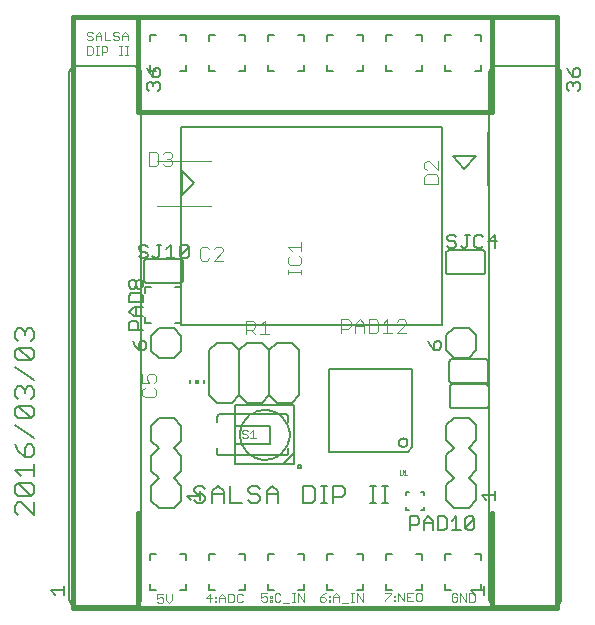
<source format=gto>
G75*
%MOIN*%
%OFA0B0*%
%FSLAX24Y24*%
%IPPOS*%
%LPD*%
%AMOC8*
5,1,8,0,0,1.08239X$1,22.5*
%
%ADD10C,0.0160*%
%ADD11C,0.0030*%
%ADD12C,0.0080*%
%ADD13C,0.0040*%
%ADD14C,0.0060*%
%ADD15C,0.0010*%
%ADD16C,0.0050*%
%ADD17R,0.0059X0.0118*%
%ADD18R,0.0118X0.0118*%
%ADD19C,0.0020*%
D10*
X003348Y000180D02*
X019490Y000180D01*
X019490Y019865D01*
X003348Y019865D01*
X003348Y000180D01*
X005514Y000180D02*
X005514Y003330D01*
X005514Y000180D02*
X017325Y000180D01*
X017325Y003330D01*
X017325Y016715D02*
X005514Y016715D01*
X005514Y019865D01*
X017325Y019865D01*
X017325Y016715D01*
D11*
X016698Y000666D02*
X016553Y000666D01*
X016553Y000376D01*
X016698Y000376D01*
X016746Y000424D01*
X016746Y000618D01*
X016698Y000666D01*
X016451Y000666D02*
X016451Y000376D01*
X016258Y000666D01*
X016258Y000376D01*
X016157Y000424D02*
X016157Y000521D01*
X016060Y000521D01*
X015963Y000424D02*
X016012Y000376D01*
X016108Y000376D01*
X016157Y000424D01*
X015963Y000424D02*
X015963Y000618D01*
X016012Y000666D01*
X016108Y000666D01*
X016157Y000618D01*
X014973Y000631D02*
X014973Y000437D01*
X014925Y000389D01*
X014828Y000389D01*
X014779Y000437D01*
X014779Y000631D01*
X014828Y000679D01*
X014925Y000679D01*
X014973Y000631D01*
X014678Y000679D02*
X014485Y000679D01*
X014485Y000389D01*
X014678Y000389D01*
X014581Y000534D02*
X014485Y000534D01*
X014384Y000389D02*
X014384Y000679D01*
X014190Y000679D02*
X014384Y000389D01*
X014190Y000389D02*
X014190Y000679D01*
X014091Y000582D02*
X014091Y000534D01*
X014043Y000534D01*
X014043Y000582D01*
X014091Y000582D01*
X014091Y000437D02*
X014091Y000389D01*
X014043Y000389D01*
X014043Y000437D01*
X014091Y000437D01*
X013942Y000631D02*
X013748Y000437D01*
X013748Y000389D01*
X013748Y000679D02*
X013942Y000679D01*
X013942Y000631D01*
X012995Y000669D02*
X012995Y000379D01*
X012801Y000669D01*
X012801Y000379D01*
X012702Y000379D02*
X012605Y000379D01*
X012653Y000379D02*
X012653Y000669D01*
X012605Y000669D02*
X012702Y000669D01*
X012504Y000331D02*
X012310Y000331D01*
X012209Y000379D02*
X012209Y000572D01*
X012112Y000669D01*
X012016Y000572D01*
X012016Y000379D01*
X011917Y000379D02*
X011917Y000427D01*
X011868Y000427D01*
X011868Y000379D01*
X011917Y000379D01*
X011917Y000524D02*
X011868Y000524D01*
X011868Y000572D01*
X011917Y000572D01*
X011917Y000524D01*
X012016Y000524D02*
X012209Y000524D01*
X011767Y000476D02*
X011719Y000524D01*
X011574Y000524D01*
X011574Y000427D01*
X011622Y000379D01*
X011719Y000379D01*
X011767Y000427D01*
X011767Y000476D01*
X011670Y000621D02*
X011574Y000524D01*
X011670Y000621D02*
X011767Y000669D01*
X011043Y000665D02*
X011043Y000375D01*
X010850Y000665D01*
X010850Y000375D01*
X010750Y000375D02*
X010653Y000375D01*
X010702Y000375D02*
X010702Y000665D01*
X010750Y000665D02*
X010653Y000665D01*
X010552Y000327D02*
X010359Y000327D01*
X010257Y000423D02*
X010209Y000375D01*
X010112Y000375D01*
X010064Y000423D01*
X010064Y000617D01*
X010112Y000665D01*
X010209Y000665D01*
X010257Y000617D01*
X009965Y000568D02*
X009965Y000520D01*
X009917Y000520D01*
X009917Y000568D01*
X009965Y000568D01*
X009965Y000423D02*
X009965Y000375D01*
X009917Y000375D01*
X009917Y000423D01*
X009965Y000423D01*
X009815Y000423D02*
X009767Y000375D01*
X009670Y000375D01*
X009622Y000423D01*
X009622Y000520D02*
X009719Y000568D01*
X009767Y000568D01*
X009815Y000520D01*
X009815Y000423D01*
X009622Y000520D02*
X009622Y000665D01*
X009815Y000665D01*
X009001Y000599D02*
X008953Y000647D01*
X008856Y000647D01*
X008808Y000599D01*
X008808Y000405D01*
X008856Y000357D01*
X008953Y000357D01*
X009001Y000405D01*
X008706Y000405D02*
X008658Y000357D01*
X008513Y000357D01*
X008513Y000647D01*
X008658Y000647D01*
X008706Y000599D01*
X008706Y000405D01*
X008412Y000357D02*
X008412Y000550D01*
X008315Y000647D01*
X008218Y000550D01*
X008218Y000357D01*
X008119Y000357D02*
X008071Y000357D01*
X008071Y000405D01*
X008119Y000405D01*
X008119Y000357D01*
X008119Y000502D02*
X008071Y000502D01*
X008071Y000550D01*
X008119Y000550D01*
X008119Y000502D01*
X008218Y000502D02*
X008412Y000502D01*
X007970Y000502D02*
X007776Y000502D01*
X007921Y000647D01*
X007921Y000357D01*
X006641Y000431D02*
X006641Y000624D01*
X006641Y000431D02*
X006544Y000334D01*
X006447Y000431D01*
X006447Y000624D01*
X006346Y000624D02*
X006153Y000624D01*
X006153Y000479D01*
X006249Y000528D01*
X006298Y000528D01*
X006346Y000479D01*
X006346Y000383D01*
X006298Y000334D01*
X006201Y000334D01*
X006153Y000383D01*
D12*
X007465Y003670D02*
X007368Y003766D01*
X007465Y003670D02*
X007658Y003670D01*
X007755Y003766D01*
X007755Y003863D01*
X007658Y003960D01*
X007465Y003960D01*
X007368Y004057D01*
X007368Y004153D01*
X007465Y004250D01*
X007658Y004250D01*
X007755Y004153D01*
X007976Y004057D02*
X008169Y004250D01*
X008363Y004057D01*
X008363Y003670D01*
X008583Y003670D02*
X008970Y003670D01*
X009191Y003766D02*
X009288Y003670D01*
X009481Y003670D01*
X009578Y003766D01*
X009578Y003863D01*
X009481Y003960D01*
X009288Y003960D01*
X009191Y004057D01*
X009191Y004153D01*
X009288Y004250D01*
X009481Y004250D01*
X009578Y004153D01*
X009799Y004057D02*
X009992Y004250D01*
X010186Y004057D01*
X010186Y003670D01*
X010186Y003960D02*
X009799Y003960D01*
X009799Y004057D02*
X009799Y003670D01*
X011014Y003670D02*
X011305Y003670D01*
X011401Y003766D01*
X011401Y004153D01*
X011305Y004250D01*
X011014Y004250D01*
X011014Y003670D01*
X011622Y003670D02*
X011816Y003670D01*
X011719Y003670D02*
X011719Y004250D01*
X011622Y004250D02*
X011816Y004250D01*
X012027Y004250D02*
X012317Y004250D01*
X012414Y004153D01*
X012414Y003960D01*
X012317Y003863D01*
X012027Y003863D01*
X012027Y003670D02*
X012027Y004250D01*
X013243Y004250D02*
X013436Y004250D01*
X013339Y004250D02*
X013339Y003670D01*
X013243Y003670D02*
X013436Y003670D01*
X013648Y003670D02*
X013841Y003670D01*
X013744Y003670D02*
X013744Y004250D01*
X013648Y004250D02*
X013841Y004250D01*
X008583Y004250D02*
X008583Y003670D01*
X008363Y003960D02*
X007976Y003960D01*
X007976Y004057D02*
X007976Y003670D01*
X006962Y013941D02*
X006962Y014729D01*
X007365Y014335D01*
X006962Y013941D01*
X015995Y015221D02*
X016782Y015221D01*
X016388Y014818D01*
X015995Y015221D01*
D13*
X015518Y015082D02*
X015518Y014775D01*
X015211Y015082D01*
X015135Y015082D01*
X015058Y015006D01*
X015058Y014852D01*
X015135Y014775D01*
X015135Y014622D02*
X015058Y014545D01*
X015058Y014315D01*
X015518Y014315D01*
X015518Y014545D01*
X015442Y014622D01*
X015135Y014622D01*
X015638Y014255D02*
X015638Y016035D01*
X017138Y016035D02*
X017138Y014255D01*
X014362Y009788D02*
X014209Y009788D01*
X014132Y009711D01*
X014362Y009788D02*
X014439Y009711D01*
X014439Y009635D01*
X014132Y009328D01*
X014439Y009328D01*
X013979Y009328D02*
X013672Y009328D01*
X013825Y009328D02*
X013825Y009788D01*
X013672Y009635D01*
X013518Y009711D02*
X013442Y009788D01*
X013211Y009788D01*
X013211Y009328D01*
X013442Y009328D01*
X013518Y009404D01*
X013518Y009711D01*
X013058Y009635D02*
X013058Y009328D01*
X013058Y009558D02*
X012751Y009558D01*
X012751Y009635D02*
X012751Y009328D01*
X012598Y009558D02*
X012521Y009481D01*
X012291Y009481D01*
X012291Y009328D02*
X012291Y009788D01*
X012521Y009788D01*
X012598Y009711D01*
X012598Y009558D01*
X012751Y009635D02*
X012904Y009788D01*
X013058Y009635D01*
X010958Y011293D02*
X010958Y011447D01*
X010958Y011370D02*
X010497Y011370D01*
X010497Y011293D02*
X010497Y011447D01*
X010574Y011600D02*
X010881Y011600D01*
X010958Y011677D01*
X010958Y011830D01*
X010881Y011907D01*
X010958Y012061D02*
X010958Y012368D01*
X010958Y012214D02*
X010497Y012214D01*
X010651Y012061D01*
X010574Y011907D02*
X010497Y011830D01*
X010497Y011677D01*
X010574Y011600D01*
X009733Y009753D02*
X009733Y009293D01*
X009886Y009293D02*
X009579Y009293D01*
X009426Y009293D02*
X009272Y009446D01*
X009349Y009446D02*
X009119Y009446D01*
X009119Y009293D02*
X009119Y009753D01*
X009349Y009753D01*
X009426Y009676D01*
X009426Y009523D01*
X009349Y009446D01*
X009579Y009600D02*
X009733Y009753D01*
X008341Y011752D02*
X008034Y011752D01*
X008341Y012059D01*
X008341Y012135D01*
X008264Y012212D01*
X008110Y012212D01*
X008034Y012135D01*
X007880Y012135D02*
X007803Y012212D01*
X007650Y012212D01*
X007573Y012135D01*
X007573Y011828D01*
X007650Y011752D01*
X007803Y011752D01*
X007880Y011828D01*
X007928Y013585D02*
X006148Y013585D01*
X006108Y014905D02*
X005878Y014905D01*
X005878Y015365D01*
X006108Y015365D01*
X006184Y015289D01*
X006184Y014982D01*
X006108Y014905D01*
X006148Y015085D02*
X007928Y015085D01*
X006645Y015058D02*
X006645Y014982D01*
X006568Y014905D01*
X006415Y014905D01*
X006338Y014982D01*
X006491Y015135D02*
X006568Y015135D01*
X006645Y015058D01*
X006568Y015135D02*
X006645Y015212D01*
X006645Y015289D01*
X006568Y015365D01*
X006415Y015365D01*
X006338Y015289D01*
X005178Y018610D02*
X005085Y018610D01*
X005131Y018610D02*
X005131Y018891D01*
X005085Y018891D02*
X005178Y018891D01*
X004982Y018891D02*
X004888Y018891D01*
X004935Y018891D02*
X004935Y018610D01*
X004888Y018610D02*
X004982Y018610D01*
X004987Y019090D02*
X004987Y019277D01*
X005080Y019371D01*
X005173Y019277D01*
X005173Y019090D01*
X005173Y019230D02*
X004987Y019230D01*
X004879Y019184D02*
X004879Y019137D01*
X004832Y019090D01*
X004739Y019090D01*
X004692Y019137D01*
X004739Y019230D02*
X004692Y019277D01*
X004692Y019324D01*
X004739Y019371D01*
X004832Y019371D01*
X004879Y019324D01*
X004832Y019230D02*
X004879Y019184D01*
X004832Y019230D02*
X004739Y019230D01*
X004584Y019090D02*
X004397Y019090D01*
X004397Y019371D01*
X004289Y019277D02*
X004289Y019090D01*
X004289Y019230D02*
X004103Y019230D01*
X004103Y019277D02*
X004103Y019090D01*
X003995Y019137D02*
X003948Y019090D01*
X003855Y019090D01*
X003808Y019137D01*
X003855Y019230D02*
X003948Y019230D01*
X003995Y019184D01*
X003995Y019137D01*
X003855Y019230D02*
X003808Y019277D01*
X003808Y019324D01*
X003855Y019371D01*
X003948Y019371D01*
X003995Y019324D01*
X004103Y019277D02*
X004196Y019371D01*
X004289Y019277D01*
X004299Y018891D02*
X004439Y018891D01*
X004486Y018844D01*
X004486Y018750D01*
X004439Y018704D01*
X004299Y018704D01*
X004299Y018610D02*
X004299Y018891D01*
X004196Y018891D02*
X004103Y018891D01*
X004149Y018891D02*
X004149Y018610D01*
X004103Y018610D02*
X004196Y018610D01*
X003995Y018657D02*
X003995Y018844D01*
X003948Y018891D01*
X003808Y018891D01*
X003808Y018610D01*
X003948Y018610D01*
X003995Y018657D01*
X005658Y007972D02*
X005658Y007665D01*
X005888Y007665D01*
X005811Y007818D01*
X005811Y007895D01*
X005888Y007972D01*
X006042Y007972D01*
X006118Y007895D01*
X006118Y007741D01*
X006042Y007665D01*
X006042Y007511D02*
X006118Y007434D01*
X006118Y007281D01*
X006042Y007204D01*
X005735Y007204D01*
X005658Y007281D01*
X005658Y007434D01*
X005735Y007511D01*
D14*
X006208Y008490D02*
X005958Y008740D01*
X005958Y009240D01*
X006208Y009490D01*
X006708Y009490D01*
X006958Y009240D01*
X006958Y008740D01*
X006708Y008490D01*
X006208Y008490D01*
X005931Y009671D02*
X005731Y009671D01*
X005731Y009871D01*
X005731Y010671D02*
X005731Y010871D01*
X005931Y010871D01*
X005813Y011010D02*
X006913Y011010D01*
X006930Y011012D01*
X006947Y011016D01*
X006963Y011023D01*
X006977Y011033D01*
X006990Y011046D01*
X007000Y011060D01*
X007007Y011076D01*
X007011Y011093D01*
X007013Y011110D01*
X007013Y011710D01*
X007011Y011727D01*
X007007Y011744D01*
X007000Y011760D01*
X006990Y011774D01*
X006977Y011787D01*
X006963Y011797D01*
X006947Y011804D01*
X006930Y011808D01*
X006913Y011810D01*
X005813Y011810D01*
X005796Y011808D01*
X005779Y011804D01*
X005763Y011797D01*
X005749Y011787D01*
X005736Y011774D01*
X005726Y011760D01*
X005719Y011744D01*
X005715Y011727D01*
X005713Y011710D01*
X005713Y011110D01*
X005715Y011093D01*
X005719Y011076D01*
X005726Y011060D01*
X005736Y011046D01*
X005749Y011033D01*
X005763Y011023D01*
X005779Y011016D01*
X005796Y011012D01*
X005813Y011010D01*
X006731Y010871D02*
X006931Y010871D01*
X006931Y010671D01*
X006931Y009871D02*
X006931Y009671D01*
X006731Y009671D01*
X007888Y008757D02*
X007888Y007257D01*
X008138Y007007D01*
X008638Y007007D01*
X008888Y007257D01*
X008888Y008757D01*
X008638Y009007D01*
X008138Y009007D01*
X007888Y008757D01*
X008888Y008757D02*
X009138Y009007D01*
X009638Y009007D01*
X009888Y008757D01*
X009888Y007257D01*
X009638Y007007D01*
X009138Y007007D01*
X008888Y007257D01*
X009888Y007257D02*
X010138Y007007D01*
X010638Y007007D01*
X010888Y007257D01*
X010888Y008757D01*
X010638Y009007D01*
X010138Y009007D01*
X009888Y008757D01*
X011890Y008143D02*
X014650Y008143D01*
X014650Y005523D01*
X014510Y005383D01*
X011890Y005383D01*
X011890Y008143D01*
X014209Y005683D02*
X014211Y005706D01*
X014217Y005729D01*
X014226Y005750D01*
X014239Y005770D01*
X014255Y005787D01*
X014273Y005801D01*
X014293Y005812D01*
X014315Y005820D01*
X014338Y005824D01*
X014362Y005824D01*
X014385Y005820D01*
X014407Y005812D01*
X014427Y005801D01*
X014445Y005787D01*
X014461Y005770D01*
X014474Y005750D01*
X014483Y005729D01*
X014489Y005706D01*
X014491Y005683D01*
X014489Y005660D01*
X014483Y005637D01*
X014474Y005616D01*
X014461Y005596D01*
X014445Y005579D01*
X014427Y005565D01*
X014407Y005554D01*
X014385Y005546D01*
X014362Y005542D01*
X014338Y005542D01*
X014315Y005546D01*
X014293Y005554D01*
X014273Y005565D01*
X014255Y005579D01*
X014239Y005596D01*
X014226Y005616D01*
X014217Y005637D01*
X014211Y005660D01*
X014209Y005683D01*
X015793Y005760D02*
X015793Y006260D01*
X016043Y006510D01*
X016543Y006510D01*
X016793Y006260D01*
X016793Y005760D01*
X016543Y005510D01*
X016793Y005260D01*
X016793Y004760D01*
X016543Y004510D01*
X016793Y004260D01*
X016793Y003760D01*
X016543Y003510D01*
X016043Y003510D01*
X015793Y003760D01*
X015793Y004260D01*
X016043Y004510D01*
X015793Y004760D01*
X015793Y005260D01*
X016043Y005510D01*
X015793Y005760D01*
X015998Y006830D02*
X017098Y006830D01*
X017115Y006832D01*
X017132Y006836D01*
X017148Y006843D01*
X017162Y006853D01*
X017175Y006866D01*
X017185Y006880D01*
X017192Y006896D01*
X017196Y006913D01*
X017198Y006930D01*
X017198Y007530D01*
X017196Y007547D01*
X017192Y007564D01*
X017185Y007580D01*
X017175Y007594D01*
X017162Y007607D01*
X017148Y007617D01*
X017132Y007624D01*
X017115Y007628D01*
X017098Y007630D01*
X015998Y007630D01*
X015988Y007670D02*
X017088Y007670D01*
X017105Y007672D01*
X017122Y007676D01*
X017138Y007683D01*
X017152Y007693D01*
X017165Y007706D01*
X017175Y007720D01*
X017182Y007736D01*
X017186Y007753D01*
X017188Y007770D01*
X017188Y008370D01*
X017186Y008387D01*
X017182Y008404D01*
X017175Y008420D01*
X017165Y008434D01*
X017152Y008447D01*
X017138Y008457D01*
X017122Y008464D01*
X017105Y008468D01*
X017088Y008470D01*
X015988Y008470D01*
X016043Y008510D02*
X015793Y008760D01*
X015793Y009260D01*
X016043Y009510D01*
X016543Y009510D01*
X016793Y009260D01*
X016793Y008760D01*
X016543Y008510D01*
X016043Y008510D01*
X015988Y008470D02*
X015971Y008468D01*
X015954Y008464D01*
X015938Y008457D01*
X015924Y008447D01*
X015911Y008434D01*
X015901Y008420D01*
X015894Y008404D01*
X015890Y008387D01*
X015888Y008370D01*
X015888Y007770D01*
X015890Y007753D01*
X015894Y007736D01*
X015901Y007720D01*
X015911Y007706D01*
X015924Y007693D01*
X015938Y007683D01*
X015954Y007676D01*
X015971Y007672D01*
X015988Y007670D01*
X015998Y007630D02*
X015981Y007628D01*
X015964Y007624D01*
X015948Y007617D01*
X015934Y007607D01*
X015921Y007594D01*
X015911Y007580D01*
X015904Y007564D01*
X015900Y007547D01*
X015898Y007530D01*
X015898Y006930D01*
X015900Y006913D01*
X015904Y006896D01*
X015911Y006880D01*
X015921Y006866D01*
X015934Y006853D01*
X015948Y006843D01*
X015964Y006836D01*
X015981Y006832D01*
X015998Y006830D01*
X015050Y004041D02*
X014950Y004041D01*
X015050Y004041D02*
X015050Y003941D01*
X015050Y003541D02*
X015050Y003441D01*
X014950Y003441D01*
X014550Y003441D02*
X014450Y003441D01*
X014450Y003541D01*
X014450Y003941D02*
X014450Y004041D01*
X014550Y004041D01*
X014772Y001961D02*
X014972Y001961D01*
X014972Y001761D01*
X015740Y001761D02*
X015740Y001961D01*
X015940Y001961D01*
X016740Y001961D02*
X016940Y001961D01*
X016940Y001761D01*
X016940Y000961D02*
X016940Y000761D01*
X016740Y000761D01*
X017219Y000485D02*
X017219Y017985D01*
X017221Y018015D01*
X017226Y018045D01*
X017235Y018074D01*
X017248Y018101D01*
X017263Y018127D01*
X017282Y018151D01*
X017303Y018172D01*
X017327Y018191D01*
X017353Y018206D01*
X017380Y018219D01*
X017409Y018228D01*
X017439Y018233D01*
X017469Y018235D01*
X019369Y018235D01*
X019399Y018233D01*
X019429Y018228D01*
X019458Y018219D01*
X019485Y018206D01*
X019511Y018191D01*
X019535Y018172D01*
X019556Y018151D01*
X019575Y018127D01*
X019590Y018101D01*
X019603Y018074D01*
X019612Y018045D01*
X019617Y018015D01*
X019619Y017985D01*
X019619Y000485D01*
X019617Y000455D01*
X019612Y000425D01*
X019603Y000396D01*
X019590Y000369D01*
X019575Y000343D01*
X019556Y000319D01*
X019535Y000298D01*
X019511Y000279D01*
X019485Y000264D01*
X019458Y000251D01*
X019429Y000242D01*
X019399Y000237D01*
X019369Y000235D01*
X017469Y000235D01*
X017439Y000237D01*
X017409Y000242D01*
X017380Y000251D01*
X017353Y000264D01*
X017327Y000279D01*
X017303Y000298D01*
X017282Y000319D01*
X017263Y000343D01*
X017248Y000369D01*
X017235Y000396D01*
X017226Y000425D01*
X017221Y000455D01*
X017219Y000485D01*
X015940Y000761D02*
X015740Y000761D01*
X015740Y000961D01*
X014972Y000961D02*
X014972Y000761D01*
X014772Y000761D01*
X013972Y000761D02*
X013772Y000761D01*
X013772Y000961D01*
X013003Y000961D02*
X013003Y000761D01*
X012803Y000761D01*
X012003Y000761D02*
X011803Y000761D01*
X011803Y000961D01*
X011035Y000961D02*
X011035Y000761D01*
X010835Y000761D01*
X010035Y000761D02*
X009835Y000761D01*
X009835Y000961D01*
X009066Y000961D02*
X009066Y000761D01*
X008866Y000761D01*
X008066Y000761D02*
X007866Y000761D01*
X007866Y000961D01*
X007098Y000961D02*
X007098Y000761D01*
X006898Y000761D01*
X006098Y000761D02*
X005898Y000761D01*
X005898Y000961D01*
X005619Y000485D02*
X005619Y017985D01*
X005617Y018015D01*
X005612Y018045D01*
X005603Y018074D01*
X005590Y018101D01*
X005575Y018127D01*
X005556Y018151D01*
X005535Y018172D01*
X005511Y018191D01*
X005485Y018206D01*
X005458Y018219D01*
X005429Y018228D01*
X005399Y018233D01*
X005369Y018235D01*
X003469Y018235D01*
X003439Y018233D01*
X003409Y018228D01*
X003380Y018219D01*
X003353Y018206D01*
X003327Y018191D01*
X003303Y018172D01*
X003282Y018151D01*
X003263Y018127D01*
X003248Y018101D01*
X003235Y018074D01*
X003226Y018045D01*
X003221Y018015D01*
X003219Y017985D01*
X003219Y000485D01*
X003221Y000455D01*
X003226Y000425D01*
X003235Y000396D01*
X003248Y000369D01*
X003263Y000343D01*
X003282Y000319D01*
X003303Y000298D01*
X003327Y000279D01*
X003353Y000264D01*
X003380Y000251D01*
X003409Y000242D01*
X003439Y000237D01*
X003469Y000235D01*
X005369Y000235D01*
X005399Y000237D01*
X005429Y000242D01*
X005458Y000251D01*
X005485Y000264D01*
X005511Y000279D01*
X005535Y000298D01*
X005556Y000319D01*
X005575Y000343D01*
X005590Y000369D01*
X005603Y000396D01*
X005612Y000425D01*
X005617Y000455D01*
X005619Y000485D01*
X005898Y001761D02*
X005898Y001961D01*
X006098Y001961D01*
X006898Y001961D02*
X007098Y001961D01*
X007098Y001761D01*
X007866Y001761D02*
X007866Y001961D01*
X008066Y001961D01*
X008866Y001961D02*
X009066Y001961D01*
X009066Y001761D01*
X009835Y001761D02*
X009835Y001961D01*
X010035Y001961D01*
X010835Y001961D02*
X011035Y001961D01*
X011035Y001761D01*
X011803Y001761D02*
X011803Y001961D01*
X012003Y001961D01*
X012803Y001961D02*
X013003Y001961D01*
X013003Y001761D01*
X013772Y001761D02*
X013772Y001961D01*
X013972Y001961D01*
X006958Y003740D02*
X006958Y004240D01*
X006708Y004490D01*
X006958Y004740D01*
X006958Y005240D01*
X006708Y005490D01*
X006958Y005740D01*
X006958Y006240D01*
X006708Y006490D01*
X006208Y006490D01*
X005958Y006240D01*
X005958Y005740D01*
X006208Y005490D01*
X005958Y005240D01*
X005958Y004740D01*
X006208Y004490D01*
X005958Y004240D01*
X005958Y003740D01*
X006208Y003490D01*
X006708Y003490D01*
X006958Y003740D01*
X002053Y003692D02*
X002053Y003265D01*
X001626Y003692D01*
X001520Y003692D01*
X001413Y003585D01*
X001413Y003372D01*
X001520Y003265D01*
X001520Y003910D02*
X001413Y004016D01*
X001413Y004230D01*
X001520Y004337D01*
X001947Y003910D01*
X002053Y004016D01*
X002053Y004230D01*
X001947Y004337D01*
X001520Y004337D01*
X001626Y004554D02*
X001413Y004768D01*
X002053Y004768D01*
X002053Y004981D02*
X002053Y004554D01*
X001947Y003910D02*
X001520Y003910D01*
X001733Y005199D02*
X001733Y005519D01*
X001840Y005626D01*
X001947Y005626D01*
X002053Y005519D01*
X002053Y005305D01*
X001947Y005199D01*
X001733Y005199D01*
X001520Y005412D01*
X001413Y005626D01*
X001413Y006270D02*
X002053Y005843D01*
X001947Y006488D02*
X001520Y006488D01*
X001413Y006595D01*
X001413Y006808D01*
X001520Y006915D01*
X001947Y006488D01*
X002053Y006595D01*
X002053Y006808D01*
X001947Y006915D01*
X001520Y006915D01*
X001520Y007132D02*
X001413Y007239D01*
X001413Y007453D01*
X001520Y007559D01*
X001626Y007559D01*
X001733Y007453D01*
X001840Y007559D01*
X001947Y007559D01*
X002053Y007453D01*
X002053Y007239D01*
X001947Y007132D01*
X001733Y007346D02*
X001733Y007453D01*
X002053Y007777D02*
X001413Y008204D01*
X001520Y008421D02*
X001413Y008528D01*
X001413Y008742D01*
X001520Y008848D01*
X001947Y008421D01*
X002053Y008528D01*
X002053Y008742D01*
X001947Y008848D01*
X001520Y008848D01*
X001520Y009066D02*
X001413Y009173D01*
X001413Y009386D01*
X001520Y009493D01*
X001626Y009493D01*
X001733Y009386D01*
X001840Y009493D01*
X001947Y009493D01*
X002053Y009386D01*
X002053Y009173D01*
X001947Y009066D01*
X001733Y009279D02*
X001733Y009386D01*
X001947Y008421D02*
X001520Y008421D01*
X005898Y018084D02*
X005898Y018284D01*
X005898Y018084D02*
X006098Y018084D01*
X006898Y018084D02*
X007098Y018084D01*
X007098Y018284D01*
X007866Y018284D02*
X007866Y018084D01*
X008066Y018084D01*
X008866Y018084D02*
X009066Y018084D01*
X009066Y018284D01*
X009835Y018284D02*
X009835Y018084D01*
X010035Y018084D01*
X010835Y018084D02*
X011035Y018084D01*
X011035Y018284D01*
X011803Y018284D02*
X011803Y018084D01*
X012003Y018084D01*
X012803Y018084D02*
X013003Y018084D01*
X013003Y018284D01*
X013772Y018284D02*
X013772Y018084D01*
X013972Y018084D01*
X014772Y018084D02*
X014972Y018084D01*
X014972Y018284D01*
X015740Y018284D02*
X015740Y018084D01*
X015940Y018084D01*
X016740Y018084D02*
X016940Y018084D01*
X016940Y018284D01*
X016940Y019084D02*
X016940Y019284D01*
X016740Y019284D01*
X015940Y019284D02*
X015740Y019284D01*
X015740Y019084D01*
X014972Y019084D02*
X014972Y019284D01*
X014772Y019284D01*
X013972Y019284D02*
X013772Y019284D01*
X013772Y019084D01*
X013003Y019084D02*
X013003Y019284D01*
X012803Y019284D01*
X012003Y019284D02*
X011803Y019284D01*
X011803Y019084D01*
X011035Y019084D02*
X011035Y019284D01*
X010835Y019284D01*
X010035Y019284D02*
X009835Y019284D01*
X009835Y019084D01*
X009066Y019084D02*
X009066Y019284D01*
X008866Y019284D01*
X008066Y019284D02*
X007866Y019284D01*
X007866Y019084D01*
X007098Y019084D02*
X007098Y019284D01*
X006898Y019284D01*
X006098Y019284D02*
X005898Y019284D01*
X005898Y019084D01*
X015779Y011993D02*
X015779Y011393D01*
X015781Y011376D01*
X015785Y011359D01*
X015792Y011343D01*
X015802Y011329D01*
X015815Y011316D01*
X015829Y011306D01*
X015845Y011299D01*
X015862Y011295D01*
X015879Y011293D01*
X016979Y011293D01*
X016996Y011295D01*
X017013Y011299D01*
X017029Y011306D01*
X017043Y011316D01*
X017056Y011329D01*
X017066Y011343D01*
X017073Y011359D01*
X017077Y011376D01*
X017079Y011393D01*
X017079Y011993D01*
X017077Y012010D01*
X017073Y012027D01*
X017066Y012043D01*
X017056Y012057D01*
X017043Y012070D01*
X017029Y012080D01*
X017013Y012087D01*
X016996Y012091D01*
X016979Y012093D01*
X015879Y012093D01*
X015862Y012091D01*
X015845Y012087D01*
X015829Y012080D01*
X015815Y012070D01*
X015802Y012057D01*
X015792Y012043D01*
X015785Y012027D01*
X015781Y012010D01*
X015779Y011993D01*
D15*
X014427Y004758D02*
X014377Y004708D01*
X014330Y004758D02*
X014330Y004633D01*
X014305Y004608D01*
X014255Y004608D01*
X014230Y004633D01*
X014230Y004758D01*
X014427Y004758D02*
X014427Y004608D01*
X014377Y004608D02*
X014477Y004608D01*
D16*
X003044Y000760D02*
X002594Y000760D01*
X002744Y000610D01*
X003044Y000610D02*
X003044Y000910D01*
X007133Y003915D02*
X007583Y003915D01*
X007583Y003765D02*
X007583Y004065D01*
X007283Y003765D02*
X007133Y003915D01*
X008246Y005256D02*
X010372Y005256D01*
X010371Y005256D02*
X010392Y005254D01*
X010413Y005256D01*
X010433Y005262D01*
X010452Y005271D01*
X010469Y005283D01*
X010484Y005298D01*
X010495Y005315D01*
X010504Y005334D01*
X010509Y005354D01*
X010509Y005512D01*
X010723Y005349D02*
X010329Y004956D01*
X008754Y004956D01*
X008754Y006924D01*
X010723Y006924D01*
X010723Y005349D01*
X010723Y004956D01*
X010329Y004956D01*
X010837Y004882D02*
X010839Y004896D01*
X010845Y004910D01*
X010853Y004922D01*
X010865Y004930D01*
X010879Y004936D01*
X010893Y004938D01*
X010907Y004936D01*
X010921Y004930D01*
X010933Y004922D01*
X010941Y004910D01*
X010947Y004896D01*
X010949Y004882D01*
X010947Y004868D01*
X010941Y004854D01*
X010933Y004842D01*
X010921Y004834D01*
X010907Y004828D01*
X010893Y004826D01*
X010879Y004828D01*
X010865Y004834D01*
X010853Y004842D01*
X010845Y004854D01*
X010839Y004868D01*
X010837Y004882D01*
X009919Y005650D02*
X009919Y006240D01*
X008738Y006240D01*
X008738Y005650D01*
X009919Y005650D01*
X008911Y005940D02*
X008913Y005997D01*
X008919Y006054D01*
X008929Y006110D01*
X008942Y006166D01*
X008960Y006220D01*
X008981Y006273D01*
X009006Y006324D01*
X009034Y006374D01*
X009066Y006421D01*
X009100Y006467D01*
X009138Y006509D01*
X009179Y006549D01*
X009222Y006587D01*
X009268Y006621D01*
X009316Y006651D01*
X009366Y006679D01*
X009418Y006703D01*
X009472Y006723D01*
X009526Y006739D01*
X009582Y006752D01*
X009638Y006761D01*
X009695Y006766D01*
X009752Y006767D01*
X009809Y006764D01*
X009866Y006757D01*
X009922Y006746D01*
X009977Y006732D01*
X010031Y006713D01*
X010084Y006691D01*
X010135Y006666D01*
X010184Y006636D01*
X010231Y006604D01*
X010276Y006568D01*
X010318Y006530D01*
X010357Y006488D01*
X010393Y006444D01*
X010427Y006398D01*
X010457Y006349D01*
X010483Y006299D01*
X010506Y006247D01*
X010525Y006193D01*
X010541Y006138D01*
X010553Y006082D01*
X010561Y006025D01*
X010565Y005969D01*
X010565Y005911D01*
X010561Y005855D01*
X010553Y005798D01*
X010541Y005742D01*
X010525Y005687D01*
X010506Y005633D01*
X010483Y005581D01*
X010457Y005531D01*
X010427Y005482D01*
X010393Y005436D01*
X010357Y005392D01*
X010318Y005350D01*
X010276Y005312D01*
X010231Y005276D01*
X010184Y005244D01*
X010135Y005214D01*
X010084Y005189D01*
X010031Y005167D01*
X009977Y005148D01*
X009922Y005134D01*
X009866Y005123D01*
X009809Y005116D01*
X009752Y005113D01*
X009695Y005114D01*
X009638Y005119D01*
X009582Y005128D01*
X009526Y005141D01*
X009472Y005157D01*
X009418Y005177D01*
X009366Y005201D01*
X009316Y005229D01*
X009268Y005259D01*
X009222Y005293D01*
X009179Y005331D01*
X009138Y005371D01*
X009100Y005413D01*
X009066Y005459D01*
X009034Y005506D01*
X009006Y005556D01*
X008981Y005607D01*
X008960Y005660D01*
X008942Y005714D01*
X008929Y005770D01*
X008919Y005826D01*
X008913Y005883D01*
X008911Y005940D01*
X008246Y005256D02*
X008229Y005257D01*
X008212Y005262D01*
X008197Y005269D01*
X008183Y005279D01*
X008171Y005291D01*
X008161Y005305D01*
X008154Y005320D01*
X008149Y005337D01*
X008148Y005354D01*
X008147Y005354D02*
X008147Y005512D01*
X008147Y006378D02*
X008147Y006536D01*
X008148Y006536D02*
X008149Y006553D01*
X008154Y006570D01*
X008161Y006585D01*
X008171Y006599D01*
X008183Y006611D01*
X008197Y006621D01*
X008212Y006628D01*
X008229Y006633D01*
X008246Y006634D01*
X010411Y006634D01*
X010428Y006633D01*
X010445Y006628D01*
X010460Y006621D01*
X010474Y006611D01*
X010486Y006599D01*
X010496Y006585D01*
X010503Y006570D01*
X010508Y006553D01*
X010509Y006536D01*
X010509Y006378D01*
X006928Y009620D02*
X015628Y009620D01*
X015628Y016220D01*
X006928Y016220D01*
X006928Y009620D01*
X005783Y008990D02*
X005708Y009065D01*
X005633Y009065D01*
X005558Y008990D01*
X005558Y008765D01*
X005708Y008765D01*
X005783Y008840D01*
X005783Y008990D01*
X005558Y008765D02*
X005408Y008915D01*
X005333Y009065D01*
X005217Y009433D02*
X005217Y009658D01*
X005292Y009733D01*
X005442Y009733D01*
X005517Y009658D01*
X005517Y009433D01*
X005667Y009433D02*
X005217Y009433D01*
X005367Y009894D02*
X005217Y010044D01*
X005367Y010194D01*
X005667Y010194D01*
X005667Y010354D02*
X005667Y010579D01*
X005592Y010654D01*
X005292Y010654D01*
X005217Y010579D01*
X005217Y010354D01*
X005667Y010354D01*
X005442Y010194D02*
X005442Y009894D01*
X005367Y009894D02*
X005667Y009894D01*
X005592Y010814D02*
X005517Y010814D01*
X005442Y010889D01*
X005442Y011040D01*
X005517Y011115D01*
X005592Y011115D01*
X005667Y011040D01*
X005667Y010889D01*
X005592Y010814D01*
X005442Y010889D02*
X005367Y010814D01*
X005292Y010814D01*
X005217Y010889D01*
X005217Y011040D01*
X005292Y011115D01*
X005367Y011115D01*
X005442Y011040D01*
X005603Y011825D02*
X005528Y011900D01*
X005603Y011825D02*
X005754Y011825D01*
X005829Y011900D01*
X005829Y011975D01*
X005754Y012050D01*
X005603Y012050D01*
X005528Y012125D01*
X005528Y012200D01*
X005603Y012275D01*
X005754Y012275D01*
X005829Y012200D01*
X006139Y012275D02*
X006289Y012275D01*
X006214Y012275D02*
X006214Y011900D01*
X006139Y011825D01*
X006064Y011825D01*
X005989Y011900D01*
X006449Y011825D02*
X006749Y011825D01*
X006599Y011825D02*
X006599Y012275D01*
X006449Y012125D01*
X006910Y012200D02*
X006910Y011900D01*
X007210Y012200D01*
X007210Y011900D01*
X007135Y011825D01*
X006985Y011825D01*
X006910Y011900D01*
X006910Y012200D02*
X006985Y012275D01*
X007135Y012275D01*
X007210Y012200D01*
X006169Y017410D02*
X006244Y017485D01*
X006244Y017635D01*
X006169Y017710D01*
X006094Y017710D01*
X006019Y017635D01*
X006019Y017560D01*
X006019Y017635D02*
X005944Y017710D01*
X005869Y017710D01*
X005794Y017635D01*
X005794Y017485D01*
X005869Y017410D01*
X006019Y017871D02*
X005869Y018021D01*
X005794Y018171D01*
X006019Y018096D02*
X006019Y017871D01*
X006169Y017871D01*
X006244Y017946D01*
X006244Y018096D01*
X006169Y018171D01*
X006094Y018171D01*
X006019Y018096D01*
X015168Y009085D02*
X015243Y008935D01*
X015393Y008785D01*
X015393Y009010D01*
X015468Y009085D01*
X015543Y009085D01*
X015618Y009010D01*
X015618Y008860D01*
X015543Y008785D01*
X015393Y008785D01*
X015879Y012168D02*
X015804Y012243D01*
X015879Y012168D02*
X016029Y012168D01*
X016104Y012243D01*
X016104Y012318D01*
X016029Y012393D01*
X015879Y012393D01*
X015804Y012469D01*
X015804Y012544D01*
X015879Y012619D01*
X016029Y012619D01*
X016104Y012544D01*
X016415Y012619D02*
X016565Y012619D01*
X016490Y012619D02*
X016490Y012243D01*
X016415Y012168D01*
X016340Y012168D01*
X016265Y012243D01*
X016725Y012243D02*
X016800Y012168D01*
X016950Y012168D01*
X017025Y012243D01*
X017185Y012393D02*
X017486Y012393D01*
X017410Y012168D02*
X017410Y012619D01*
X017185Y012393D01*
X017025Y012544D02*
X016950Y012619D01*
X016800Y012619D01*
X016725Y012544D01*
X016725Y012243D01*
X019869Y017410D02*
X019794Y017485D01*
X019794Y017635D01*
X019869Y017710D01*
X019944Y017710D01*
X020019Y017635D01*
X020094Y017710D01*
X020169Y017710D01*
X020244Y017635D01*
X020244Y017485D01*
X020169Y017410D01*
X020019Y017560D02*
X020019Y017635D01*
X020019Y017871D02*
X019869Y018021D01*
X019794Y018171D01*
X020019Y018096D02*
X020019Y017871D01*
X020169Y017871D01*
X020244Y017946D01*
X020244Y018096D01*
X020169Y018171D01*
X020094Y018171D01*
X020019Y018096D01*
X017418Y004085D02*
X017418Y003785D01*
X017418Y003935D02*
X016968Y003935D01*
X017118Y003785D01*
X016647Y003226D02*
X016722Y003151D01*
X016422Y002851D01*
X016497Y002776D01*
X016647Y002776D01*
X016722Y002851D01*
X016722Y003151D01*
X016647Y003226D02*
X016497Y003226D01*
X016422Y003151D01*
X016422Y002851D01*
X016262Y002776D02*
X015962Y002776D01*
X016112Y002776D02*
X016112Y003226D01*
X015962Y003076D01*
X015801Y003151D02*
X015801Y002851D01*
X015726Y002776D01*
X015501Y002776D01*
X015501Y003226D01*
X015726Y003226D01*
X015801Y003151D01*
X015341Y003076D02*
X015341Y002776D01*
X015341Y003001D02*
X015041Y003001D01*
X015041Y003076D02*
X015041Y002776D01*
X014881Y003001D02*
X014806Y002926D01*
X014580Y002926D01*
X014580Y002776D02*
X014580Y003226D01*
X014806Y003226D01*
X014881Y003151D01*
X014881Y003001D01*
X015041Y003076D02*
X015191Y003226D01*
X015341Y003076D01*
X017044Y000910D02*
X017044Y000610D01*
X017044Y000760D02*
X016594Y000760D01*
X016744Y000610D01*
D17*
X007725Y007699D03*
X007252Y007699D03*
D18*
X007489Y007699D03*
D19*
X009029Y006103D02*
X008982Y006056D01*
X008982Y006009D01*
X009029Y005963D01*
X009122Y005963D01*
X009169Y005916D01*
X009169Y005869D01*
X009122Y005822D01*
X009029Y005822D01*
X008982Y005869D01*
X009029Y006103D02*
X009122Y006103D01*
X009169Y006056D01*
X009258Y006009D02*
X009352Y006103D01*
X009352Y005822D01*
X009445Y005822D02*
X009258Y005822D01*
M02*

</source>
